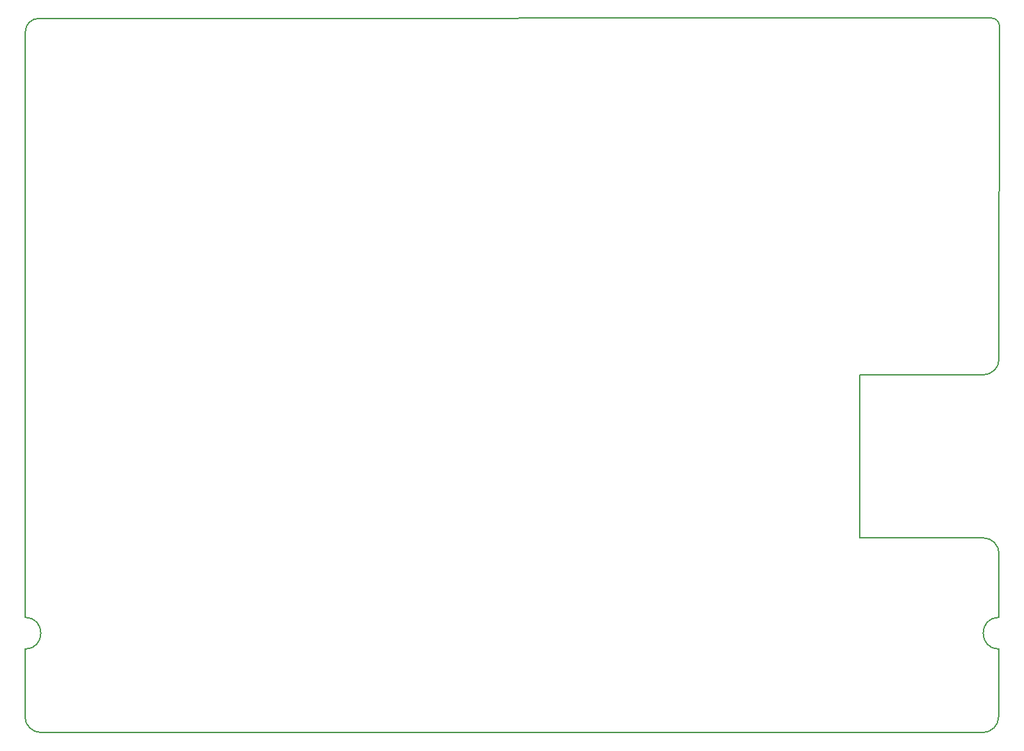
<source format=gbr>
G04 #@! TF.GenerationSoftware,KiCad,Pcbnew,(5.0.0)*
G04 #@! TF.CreationDate,2018-12-16T13:52:50-06:00*
G04 #@! TF.ProjectId,SRASensorBoard_Hardware,53524153656E736F72426F6172645F48,rev?*
G04 #@! TF.SameCoordinates,Original*
G04 #@! TF.FileFunction,Profile,NP*
%FSLAX46Y46*%
G04 Gerber Fmt 4.6, Leading zero omitted, Abs format (unit mm)*
G04 Created by KiCad (PCBNEW (5.0.0)) date 12/16/18 13:52:50*
%MOMM*%
%LPD*%
G01*
G04 APERTURE LIST*
%ADD10C,0.150000*%
G04 APERTURE END LIST*
D10*
X87985600Y-45059600D02*
X209804000Y-45008800D01*
X210820000Y-46024800D02*
X210769200Y-88595200D01*
X209804000Y-45008800D02*
G75*
G02X210820000Y-46024800I0J-1016000D01*
G01*
X86258400Y-121615200D02*
X86309200Y-46736000D01*
X86309200Y-46736000D02*
G75*
G02X87985600Y-45059600I1676400J0D01*
G01*
X86258400Y-134315200D02*
X86258400Y-125679200D01*
X208686400Y-136347200D02*
X88290400Y-136347200D01*
X210769200Y-113487200D02*
X210769200Y-121615200D01*
X208635600Y-111455200D02*
X208737200Y-111455200D01*
X192938400Y-111455200D02*
X208635600Y-111455200D01*
X192938400Y-90627200D02*
X192938400Y-111455200D01*
X208737200Y-90627200D02*
X192938400Y-90627200D01*
X210769200Y-88595200D02*
G75*
G02X208737200Y-90627200I-2032000J0D01*
G01*
X86258400Y-121615200D02*
G75*
G02X86258400Y-125679200I0J-2032000D01*
G01*
X88290400Y-136347200D02*
G75*
G02X86258400Y-134315200I0J2032000D01*
G01*
X208737200Y-111455200D02*
G75*
G02X210769200Y-113487200I0J-2032000D01*
G01*
X210718400Y-134315200D02*
G75*
G02X208686400Y-136347200I-2032000J0D01*
G01*
X210769200Y-125679200D02*
G75*
G02X210769200Y-121615200I0J2032000D01*
G01*
X210718400Y-134315200D02*
X210769200Y-125679200D01*
M02*

</source>
